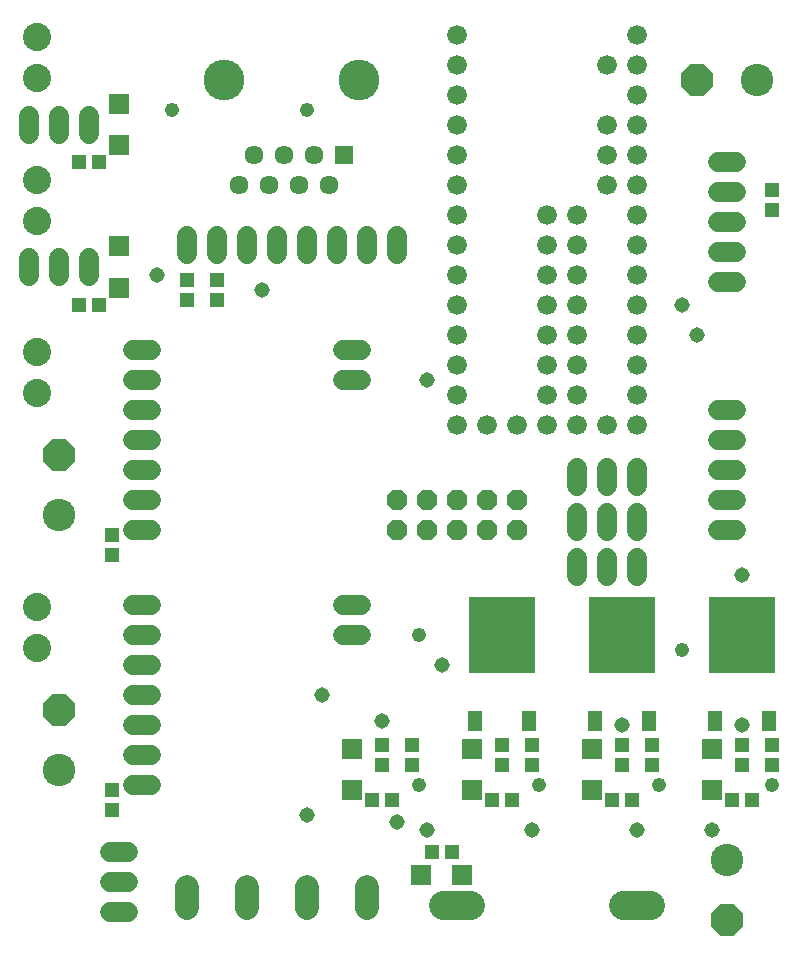
<source format=gts>
G75*
%MOIN*%
%OFA0B0*%
%FSLAX24Y24*%
%IPPOS*%
%LPD*%
%AMOC8*
5,1,8,0,0,1.08239X$1,22.5*
%
%ADD10C,0.1080*%
%ADD11OC8,0.1080*%
%ADD12R,0.0474X0.0513*%
%ADD13C,0.0965*%
%ADD14R,0.2206X0.2521*%
%ADD15R,0.0474X0.0710*%
%ADD16R,0.0671X0.0671*%
%ADD17R,0.0513X0.0474*%
%ADD18C,0.0680*%
%ADD19C,0.0660*%
%ADD20C,0.0785*%
%ADD21C,0.0940*%
%ADD22OC8,0.0680*%
%ADD23C,0.0634*%
%ADD24R,0.0634X0.0634*%
%ADD25C,0.1360*%
%ADD26C,0.0516*%
%ADD27C,0.0476*%
D10*
X002430Y006180D03*
X002430Y014680D03*
X024680Y003180D03*
X025680Y029180D03*
D11*
X023680Y029180D03*
X002430Y016680D03*
X002430Y008180D03*
X024680Y001180D03*
D12*
X024845Y005180D03*
X025515Y005180D03*
X025180Y006345D03*
X025180Y007015D03*
X026180Y007015D03*
X026180Y006345D03*
X022180Y006345D03*
X022180Y007015D03*
X021180Y007015D03*
X021180Y006345D03*
X020845Y005180D03*
X021515Y005180D03*
X018180Y006345D03*
X018180Y007015D03*
X017180Y007015D03*
X017180Y006345D03*
X016845Y005180D03*
X017515Y005180D03*
X015515Y003430D03*
X014845Y003430D03*
X013515Y005180D03*
X012845Y005180D03*
X013180Y006345D03*
X013180Y007015D03*
X014180Y007015D03*
X014180Y006345D03*
X003765Y021680D03*
X003095Y021680D03*
X003095Y026430D03*
X003765Y026430D03*
D13*
X015238Y001680D02*
X016123Y001680D01*
X021238Y001680D02*
X022123Y001680D01*
D14*
X021180Y010664D03*
X017180Y010664D03*
X025180Y010664D03*
D15*
X024282Y007790D03*
X026078Y007790D03*
X022078Y007790D03*
X020282Y007790D03*
X018078Y007790D03*
X016282Y007790D03*
D16*
X016180Y006869D03*
X016180Y005491D03*
X015869Y002680D03*
X014491Y002680D03*
X012180Y005491D03*
X012180Y006869D03*
X020180Y006869D03*
X020180Y005491D03*
X024180Y005491D03*
X024180Y006869D03*
X004430Y022241D03*
X004430Y023619D03*
X004430Y026991D03*
X004430Y028369D03*
D17*
X006680Y022515D03*
X006680Y021845D03*
X007680Y021845D03*
X007680Y022515D03*
X004180Y014015D03*
X004180Y013345D03*
X004180Y005515D03*
X004180Y004845D03*
X026180Y024845D03*
X026180Y025515D03*
D18*
X004730Y001430D02*
X004130Y001430D01*
X004130Y002430D02*
X004730Y002430D01*
X004730Y003430D02*
X004130Y003430D01*
X004880Y005680D02*
X005480Y005680D01*
X005480Y006680D02*
X004880Y006680D01*
X004880Y007680D02*
X005480Y007680D01*
X005480Y008680D02*
X004880Y008680D01*
X004880Y009680D02*
X005480Y009680D01*
X005480Y010680D02*
X004880Y010680D01*
X004880Y011680D02*
X005480Y011680D01*
X005480Y014180D02*
X004880Y014180D01*
X004880Y015180D02*
X005480Y015180D01*
X005480Y016180D02*
X004880Y016180D01*
X004880Y017180D02*
X005480Y017180D01*
X005480Y018180D02*
X004880Y018180D01*
X004880Y019180D02*
X005480Y019180D01*
X005480Y020180D02*
X004880Y020180D01*
X003430Y022630D02*
X003430Y023230D01*
X002430Y023230D02*
X002430Y022630D01*
X001430Y022630D02*
X001430Y023230D01*
X001430Y027380D02*
X001430Y027980D01*
X002430Y027980D02*
X002430Y027380D01*
X003430Y027380D02*
X003430Y027980D01*
X006680Y023980D02*
X006680Y023380D01*
X007680Y023380D02*
X007680Y023980D01*
X008680Y023980D02*
X008680Y023380D01*
X009680Y023380D02*
X009680Y023980D01*
X010680Y023980D02*
X010680Y023380D01*
X011680Y023380D02*
X011680Y023980D01*
X012680Y023980D02*
X012680Y023380D01*
X013680Y023380D02*
X013680Y023980D01*
X012480Y020180D02*
X011880Y020180D01*
X011880Y019180D02*
X012480Y019180D01*
X012480Y011680D02*
X011880Y011680D01*
X011880Y010680D02*
X012480Y010680D01*
X019680Y012630D02*
X019680Y013230D01*
X019680Y014130D02*
X019680Y014730D01*
X019680Y015630D02*
X019680Y016230D01*
X020680Y016230D02*
X020680Y015630D01*
X020680Y014730D02*
X020680Y014130D01*
X020680Y013230D02*
X020680Y012630D01*
X021680Y012630D02*
X021680Y013230D01*
X021680Y014130D02*
X021680Y014730D01*
X021680Y015630D02*
X021680Y016230D01*
X024380Y016180D02*
X024980Y016180D01*
X024980Y015180D02*
X024380Y015180D01*
X024380Y014180D02*
X024980Y014180D01*
X024980Y017180D02*
X024380Y017180D01*
X024380Y018180D02*
X024980Y018180D01*
X024980Y022430D02*
X024380Y022430D01*
X024380Y023430D02*
X024980Y023430D01*
X024980Y024430D02*
X024380Y024430D01*
X024380Y025430D02*
X024980Y025430D01*
X024980Y026430D02*
X024380Y026430D01*
D19*
X021680Y026680D03*
X021680Y025680D03*
X021680Y024680D03*
X021680Y023680D03*
X021680Y022680D03*
X021680Y021680D03*
X021680Y020680D03*
X021680Y019680D03*
X021680Y018680D03*
X021680Y017680D03*
X020680Y017680D03*
X019680Y017680D03*
X019680Y018680D03*
X019680Y019680D03*
X019680Y020680D03*
X019680Y021680D03*
X018680Y021680D03*
X018680Y020680D03*
X018680Y019680D03*
X018680Y018680D03*
X018680Y017680D03*
X017680Y017680D03*
X016680Y017680D03*
X015680Y017680D03*
X015680Y018680D03*
X015680Y019680D03*
X015680Y020680D03*
X015680Y021680D03*
X015680Y022680D03*
X015680Y023680D03*
X015680Y024680D03*
X015680Y025680D03*
X015680Y026680D03*
X015680Y027680D03*
X015680Y028680D03*
X015680Y029680D03*
X015680Y030680D03*
X020680Y029680D03*
X021680Y029680D03*
X021680Y028680D03*
X021680Y027680D03*
X020680Y027680D03*
X020680Y026680D03*
X020680Y025680D03*
X019680Y024680D03*
X019680Y023680D03*
X019680Y022680D03*
X018680Y022680D03*
X018680Y023680D03*
X018680Y024680D03*
X021680Y030680D03*
D20*
X012680Y002283D02*
X012680Y001578D01*
X010680Y001578D02*
X010680Y002283D01*
X008680Y002283D02*
X008680Y001578D01*
X006680Y001578D02*
X006680Y002283D01*
D21*
X001680Y010221D03*
X001680Y011599D03*
X001680Y018721D03*
X001680Y020099D03*
X001680Y024471D03*
X001680Y025849D03*
X001680Y029221D03*
X001680Y030599D03*
D22*
X013680Y015180D03*
X013680Y014180D03*
X014680Y014180D03*
X014680Y015180D03*
X015680Y015180D03*
X015680Y014180D03*
X016680Y014180D03*
X016680Y015180D03*
X017680Y015180D03*
X017680Y014180D03*
D23*
X011430Y025680D03*
X010430Y025680D03*
X009930Y026680D03*
X010930Y026680D03*
X009430Y025680D03*
X008930Y026680D03*
X008430Y025680D03*
D24*
X011930Y026680D03*
D25*
X012430Y029180D03*
X007930Y029180D03*
D26*
X005680Y022680D03*
X009180Y022180D03*
X014680Y019180D03*
X015180Y009680D03*
X013180Y007790D03*
X011180Y008680D03*
X010680Y004680D03*
X013680Y004430D03*
X014680Y004180D03*
X018180Y004180D03*
X021180Y007680D03*
X021680Y004180D03*
X024180Y004180D03*
X025180Y007680D03*
X025180Y012680D03*
X023680Y020680D03*
X023180Y021680D03*
D27*
X014430Y010680D03*
X014430Y005680D03*
X018430Y005680D03*
X022430Y005680D03*
X026180Y005680D03*
X023180Y010180D03*
X010680Y028180D03*
X006180Y028180D03*
M02*

</source>
